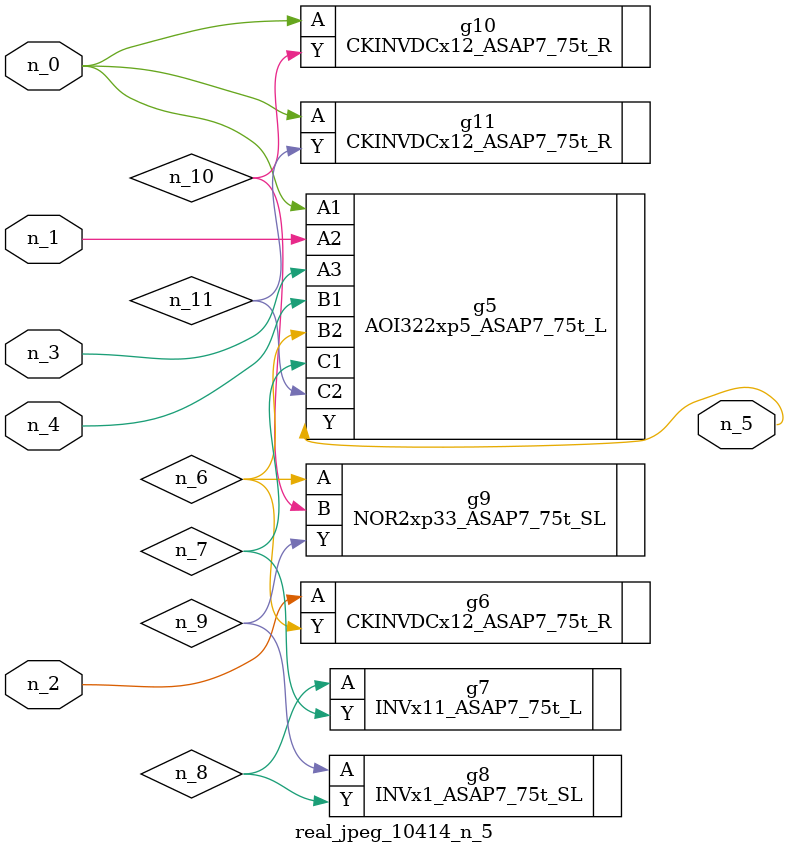
<source format=v>
module real_jpeg_10414_n_5 (n_4, n_0, n_1, n_2, n_3, n_5);

input n_4;
input n_0;
input n_1;
input n_2;
input n_3;

output n_5;

wire n_8;
wire n_11;
wire n_6;
wire n_7;
wire n_10;
wire n_9;

AOI322xp5_ASAP7_75t_L g5 ( 
.A1(n_0),
.A2(n_1),
.A3(n_3),
.B1(n_4),
.B2(n_6),
.C1(n_7),
.C2(n_11),
.Y(n_5)
);

CKINVDCx12_ASAP7_75t_R g10 ( 
.A(n_0),
.Y(n_10)
);

CKINVDCx12_ASAP7_75t_R g11 ( 
.A(n_0),
.Y(n_11)
);

CKINVDCx12_ASAP7_75t_R g6 ( 
.A(n_2),
.Y(n_6)
);

NOR2xp33_ASAP7_75t_SL g9 ( 
.A(n_6),
.B(n_10),
.Y(n_9)
);

INVx11_ASAP7_75t_L g7 ( 
.A(n_8),
.Y(n_7)
);

INVx1_ASAP7_75t_SL g8 ( 
.A(n_9),
.Y(n_8)
);


endmodule
</source>
